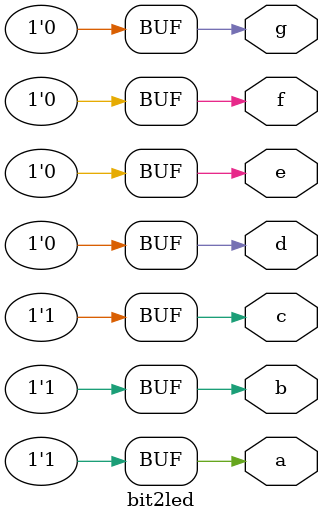
<source format=v>
`timescale 1ns / 1ps

module bit2led(a, b, c, d, e, f, g);
    output a, b, c, d, e, f, g;
   
    assign a = 1;
    assign b = 1;
    assign c = 1;
    assign d = 0;
    assign e = 0;
    assign f = 0;
    assign g = 0;
endmodule
</source>
